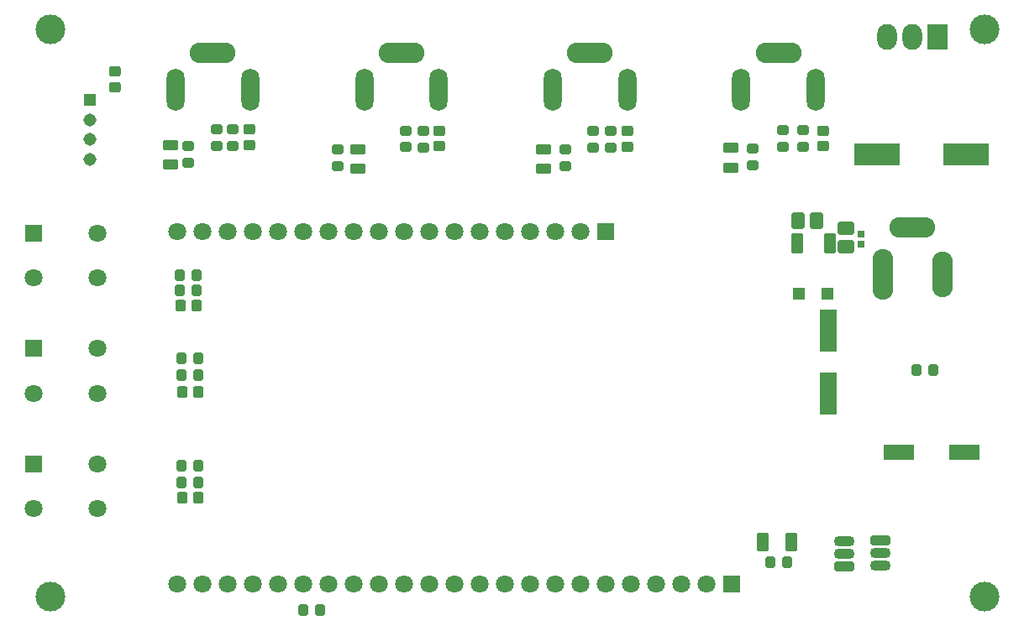
<source format=gts>
G04 DipTrace 4.2.0.1*
G04 Led_Race.gts*
%MOIN*%
G04 #@! TF.FileFunction,Soldermask,Top*
G04 #@! TF.Part,Single*
%AMOUTLINE1*
4,1,28,
0.023031,0.009775,
0.023031,-0.009775,
0.022659,-0.012605,
0.021517,-0.015363,
0.019699,-0.017731,
0.017331,-0.019548,
0.014574,-0.02069,
0.011743,-0.021063,
-0.011743,-0.021063,
-0.014574,-0.02069,
-0.017331,-0.019548,
-0.019699,-0.017731,
-0.021517,-0.015363,
-0.022659,-0.012605,
-0.023031,-0.009775,
-0.023031,0.009775,
-0.022659,0.012605,
-0.021517,0.015363,
-0.019699,0.017731,
-0.017331,0.019548,
-0.014574,0.02069,
-0.011743,0.021063,
0.011743,0.021063,
0.014574,0.02069,
0.017331,0.019548,
0.019699,0.017731,
0.021517,0.015363,
0.022659,0.012605,
0.023031,0.009775,
0*%
%AMOUTLINE4*
4,1,28,
-0.023031,-0.009775,
-0.023031,0.009775,
-0.022659,0.012605,
-0.021517,0.015363,
-0.019699,0.017731,
-0.017331,0.019548,
-0.014574,0.02069,
-0.011743,0.021063,
0.011743,0.021063,
0.014574,0.02069,
0.017331,0.019548,
0.019699,0.017731,
0.021517,0.015363,
0.022659,0.012605,
0.023031,0.009775,
0.023031,-0.009775,
0.022659,-0.012605,
0.021517,-0.015363,
0.019699,-0.017731,
0.017331,-0.019548,
0.014574,-0.02069,
0.011743,-0.021063,
-0.011743,-0.021063,
-0.014574,-0.02069,
-0.017331,-0.019548,
-0.019699,-0.017731,
-0.021517,-0.015363,
-0.022659,-0.012605,
-0.023031,-0.009775,
0*%
%AMOUTLINE7*
4,1,28,
0.009775,-0.023031,
-0.009774,-0.023032,
-0.012605,-0.022659,
-0.015362,-0.021517,
-0.017731,-0.0197,
-0.019548,-0.017332,
-0.02069,-0.014574,
-0.021063,-0.011744,
-0.021063,0.011743,
-0.020691,0.014573,
-0.019548,0.017331,
-0.017731,0.019699,
-0.015363,0.021516,
-0.012606,0.022659,
-0.009775,0.023031,
0.009774,0.023032,
0.012605,0.022659,
0.015362,0.021517,
0.017731,0.0197,
0.019548,0.017332,
0.02069,0.014574,
0.021063,0.011744,
0.021063,-0.011743,
0.020691,-0.014573,
0.019548,-0.017331,
0.017731,-0.019699,
0.015363,-0.021516,
0.012606,-0.022659,
0.009775,-0.023031,
0*%
%AMOUTLINE10*
4,1,28,
-0.009775,0.023031,
0.009774,0.023032,
0.012605,0.022659,
0.015362,0.021517,
0.017731,0.0197,
0.019548,0.017332,
0.02069,0.014574,
0.021063,0.011744,
0.021063,-0.011743,
0.020691,-0.014573,
0.019548,-0.017331,
0.017731,-0.019699,
0.015363,-0.021516,
0.012606,-0.022659,
0.009775,-0.023031,
-0.009774,-0.023032,
-0.012605,-0.022659,
-0.015362,-0.021517,
-0.017731,-0.0197,
-0.019548,-0.017332,
-0.02069,-0.014574,
-0.021063,-0.011744,
-0.021063,0.011743,
-0.020691,0.014573,
-0.019548,0.017331,
-0.017731,0.019699,
-0.015363,0.021516,
-0.012606,0.022659,
-0.009775,0.023031,
0*%
%AMOUTLINE13*
4,1,28,
-0.01437,-0.006232,
-0.01437,0.006231,
-0.014118,0.008144,
-0.01333,0.010047,
-0.012076,0.011682,
-0.010442,0.012936,
-0.008539,0.013724,
-0.006626,0.013976,
0.006625,0.013977,
0.008538,0.013725,
0.010441,0.012937,
0.012075,0.011683,
0.01333,0.010048,
0.014118,0.008145,
0.01437,0.006232,
0.01437,-0.006231,
0.014118,-0.008144,
0.01333,-0.010047,
0.012076,-0.011682,
0.010442,-0.012936,
0.008539,-0.013724,
0.006626,-0.013976,
-0.006625,-0.013977,
-0.008538,-0.013725,
-0.010441,-0.012937,
-0.012075,-0.011683,
-0.01333,-0.010048,
-0.014118,-0.008145,
-0.01437,-0.006232,
0*%
%AMOUTLINE16*
4,1,28,
0.01437,0.006232,
0.01437,-0.006231,
0.014118,-0.008144,
0.01333,-0.010047,
0.012076,-0.011682,
0.010442,-0.012936,
0.008539,-0.013724,
0.006626,-0.013976,
-0.006625,-0.013977,
-0.008538,-0.013725,
-0.010441,-0.012937,
-0.012075,-0.011683,
-0.01333,-0.010048,
-0.014118,-0.008145,
-0.01437,-0.006232,
-0.01437,0.006231,
-0.014118,0.008144,
-0.01333,0.010047,
-0.012076,0.011682,
-0.010442,0.012936,
-0.008539,0.013724,
-0.006626,0.013976,
0.006625,0.013977,
0.008538,0.013725,
0.010441,0.012937,
0.012075,0.011683,
0.01333,0.010048,
0.014118,0.008145,
0.01437,0.006232,
0*%
%AMOUTLINE19*
4,1,28,
-0.032874,-0.014106,
-0.032874,0.014105,
-0.032488,0.017037,
-0.031307,0.01989,
-0.029427,0.022339,
-0.026977,0.024219,
-0.024125,0.025401,
-0.021192,0.025787,
0.021192,0.025788,
0.024124,0.025402,
0.026977,0.02422,
0.029426,0.022341,
0.031306,0.019891,
0.032488,0.017038,
0.032874,0.014106,
0.032874,-0.014105,
0.032488,-0.017037,
0.031307,-0.01989,
0.029427,-0.022339,
0.026977,-0.024219,
0.024125,-0.025401,
0.021192,-0.025787,
-0.021192,-0.025788,
-0.024124,-0.025402,
-0.026977,-0.02422,
-0.029426,-0.022341,
-0.031306,-0.019891,
-0.032488,-0.017038,
-0.032874,-0.014106,
0*%
%AMOUTLINE22*
4,1,28,
0.032874,0.014106,
0.032874,-0.014105,
0.032488,-0.017037,
0.031307,-0.01989,
0.029427,-0.022339,
0.026977,-0.024219,
0.024125,-0.025401,
0.021192,-0.025787,
-0.021192,-0.025788,
-0.024124,-0.025402,
-0.026977,-0.02422,
-0.029426,-0.022341,
-0.031306,-0.019891,
-0.032488,-0.017038,
-0.032874,-0.014106,
-0.032874,0.014105,
-0.032488,0.017037,
-0.031307,0.01989,
-0.029427,0.022339,
-0.026977,0.024219,
-0.024125,0.025401,
-0.021192,0.025787,
0.021192,0.025788,
0.024124,0.025402,
0.026977,0.02422,
0.029426,0.022341,
0.031306,0.019891,
0.032488,0.017038,
0.032874,0.014106,
0*%
%AMOUTLINE25*
4,1,28,
-0.014106,0.032874,
0.014104,0.032874,
0.017037,0.032488,
0.019889,0.031307,
0.022339,0.029427,
0.024219,0.026978,
0.025401,0.024125,
0.025787,0.021193,
0.025788,-0.021191,
0.025402,-0.024124,
0.024221,-0.026976,
0.022341,-0.029426,
0.019891,-0.031306,
0.017039,-0.032487,
0.014106,-0.032874,
-0.014104,-0.032874,
-0.017037,-0.032488,
-0.019889,-0.031307,
-0.022339,-0.029427,
-0.024219,-0.026978,
-0.025401,-0.024125,
-0.025787,-0.021193,
-0.025788,0.021191,
-0.025402,0.024124,
-0.024221,0.026976,
-0.022341,0.029426,
-0.019891,0.031306,
-0.017039,0.032487,
-0.014106,0.032874,
0*%
%AMOUTLINE28*
4,1,28,
0.014106,-0.032874,
-0.014104,-0.032874,
-0.017037,-0.032488,
-0.019889,-0.031307,
-0.022339,-0.029427,
-0.024219,-0.026978,
-0.025401,-0.024125,
-0.025787,-0.021193,
-0.025788,0.021191,
-0.025402,0.024124,
-0.024221,0.026976,
-0.022341,0.029426,
-0.019891,0.031306,
-0.017039,0.032487,
-0.014106,0.032874,
0.014104,0.032874,
0.017037,0.032488,
0.019889,0.031307,
0.022339,0.029427,
0.024219,0.026978,
0.025401,0.024125,
0.025787,0.021193,
0.025788,-0.021191,
0.025402,-0.024124,
0.024221,-0.026976,
0.022341,-0.029426,
0.019891,-0.031306,
0.017039,-0.032487,
0.014106,-0.032874,
0*%
%AMOUTLINE31*
4,1,28,
-0.031102,-0.009578,
-0.031102,0.009578,
-0.03073,0.012408,
-0.029587,0.015166,
-0.02777,0.017534,
-0.025402,0.019351,
-0.022644,0.020494,
-0.019814,0.020866,
0.019814,0.020866,
0.022644,0.020494,
0.025402,0.019351,
0.02777,0.017534,
0.029587,0.015166,
0.03073,0.012408,
0.031102,0.009578,
0.031102,-0.009578,
0.03073,-0.012408,
0.029587,-0.015166,
0.02777,-0.017534,
0.025402,-0.019351,
0.022644,-0.020494,
0.019814,-0.020866,
-0.019814,-0.020866,
-0.022644,-0.020494,
-0.025402,-0.019351,
-0.02777,-0.017534,
-0.029587,-0.015166,
-0.03073,-0.012408,
-0.031102,-0.009578,
0*%
%AMOUTLINE34*
4,1,28,
0.031102,0.009578,
0.031102,-0.009578,
0.03073,-0.012408,
0.029587,-0.015166,
0.02777,-0.017534,
0.025402,-0.019351,
0.022644,-0.020494,
0.019814,-0.020866,
-0.019814,-0.020866,
-0.022644,-0.020494,
-0.025402,-0.019351,
-0.02777,-0.017534,
-0.029587,-0.015166,
-0.03073,-0.012408,
-0.031102,-0.009578,
-0.031102,0.009578,
-0.03073,0.012408,
-0.029587,0.015166,
-0.02777,0.017534,
-0.025402,0.019351,
-0.022644,0.020494,
-0.019814,0.020866,
0.019814,0.020866,
0.022644,0.020494,
0.025402,0.019351,
0.02777,0.017534,
0.029587,0.015166,
0.03073,0.012408,
0.031102,0.009578,
0*%
%AMOUTLINE37*
4,1,28,
0.012727,-0.041535,
-0.012727,-0.041535,
-0.01566,-0.041149,
-0.018512,-0.039968,
-0.020962,-0.038088,
-0.022842,-0.035638,
-0.024023,-0.032786,
-0.024409,-0.029853,
-0.024409,0.029853,
-0.024023,0.032786,
-0.022842,0.035638,
-0.020962,0.038088,
-0.018512,0.039968,
-0.01566,0.041149,
-0.012727,0.041535,
0.012727,0.041535,
0.01566,0.041149,
0.018512,0.039968,
0.020962,0.038088,
0.022842,0.035638,
0.024023,0.032786,
0.024409,0.029853,
0.024409,-0.029853,
0.024023,-0.032786,
0.022842,-0.035638,
0.020962,-0.038088,
0.018512,-0.039968,
0.01566,-0.041149,
0.012727,-0.041535,
0*%
%AMOUTLINE40*
4,1,28,
-0.012727,0.041535,
0.012727,0.041535,
0.01566,0.041149,
0.018512,0.039968,
0.020962,0.038088,
0.022842,0.035638,
0.024023,0.032786,
0.024409,0.029853,
0.024409,-0.029853,
0.024023,-0.032786,
0.022842,-0.035638,
0.020962,-0.038088,
0.018512,-0.039968,
0.01566,-0.041149,
0.012727,-0.041535,
-0.012727,-0.041535,
-0.01566,-0.041149,
-0.018512,-0.039968,
-0.020962,-0.038088,
-0.022842,-0.035638,
-0.024023,-0.032786,
-0.024409,-0.029853,
-0.024409,0.029853,
-0.024023,0.032786,
-0.022842,0.035638,
-0.020962,0.038088,
-0.018512,0.039968,
-0.01566,0.041149,
-0.012727,0.041535,
0*%
%AMOUTLINE43*
4,1,8,
0.030343,-0.021654,
0.041339,-0.010658,
0.041339,0.010658,
0.030343,0.021654,
-0.030343,0.021654,
-0.041339,0.010658,
-0.041339,-0.010658,
-0.030343,-0.021654,
0.030343,-0.021654,
0*%
%AMOUTLINE46*
4,1,8,
-0.030343,0.021654,
-0.041339,0.010658,
-0.041339,-0.010658,
-0.030343,-0.021654,
0.030343,-0.021654,
0.041339,-0.010658,
0.041339,0.010658,
0.030343,0.021654,
-0.030343,0.021654,
0*%
%AMOUTLINE49*
4,1,28,
0.023031,0.008594,
0.023032,-0.008593,
0.022699,-0.011118,
0.021675,-0.013591,
0.020046,-0.015714,
0.017922,-0.017344,
0.015449,-0.018368,
0.012925,-0.0187,
-0.012924,-0.018701,
-0.015449,-0.018369,
-0.017921,-0.017345,
-0.020045,-0.015715,
-0.021674,-0.013592,
-0.022699,-0.011119,
-0.023031,-0.008594,
-0.023032,0.008593,
-0.022699,0.011118,
-0.021675,0.013591,
-0.020046,0.015714,
-0.017922,0.017344,
-0.015449,0.018368,
-0.012925,0.0187,
0.012924,0.018701,
0.015449,0.018369,
0.017921,0.017345,
0.020045,0.015715,
0.021674,0.013592,
0.022699,0.011119,
0.023031,0.008594,
0*%
%AMOUTLINE52*
4,1,28,
-0.023031,-0.008594,
-0.023032,0.008593,
-0.022699,0.011118,
-0.021675,0.013591,
-0.020046,0.015714,
-0.017922,0.017344,
-0.015449,0.018368,
-0.012925,0.0187,
0.012924,0.018701,
0.015449,0.018369,
0.017921,0.017345,
0.020045,0.015715,
0.021674,0.013592,
0.022699,0.011119,
0.023031,0.008594,
0.023032,-0.008593,
0.022699,-0.011118,
0.021675,-0.013591,
0.020046,-0.015714,
0.017922,-0.017344,
0.015449,-0.018368,
0.012925,-0.0187,
-0.012924,-0.018701,
-0.015449,-0.018369,
-0.017921,-0.017345,
-0.020045,-0.015715,
-0.021674,-0.013592,
-0.022699,-0.011119,
-0.023031,-0.008594,
0*%
%AMOUTLINE55*
4,1,28,
-0.008594,0.023031,
0.008594,0.023031,
0.011118,0.022699,
0.013591,0.021675,
0.015715,0.020045,
0.017344,0.017922,
0.018368,0.015449,
0.018701,0.012924,
0.018701,-0.012924,
0.018368,-0.015449,
0.017344,-0.017922,
0.015715,-0.020045,
0.013591,-0.021675,
0.011118,-0.022699,
0.008594,-0.023031,
-0.008594,-0.023031,
-0.011118,-0.022699,
-0.013591,-0.021675,
-0.015715,-0.020045,
-0.017344,-0.017922,
-0.018368,-0.015449,
-0.018701,-0.012924,
-0.018701,0.012924,
-0.018368,0.015449,
-0.017344,0.017922,
-0.015715,0.020045,
-0.013591,0.021675,
-0.011118,0.022699,
-0.008594,0.023031,
0*%
%AMOUTLINE58*
4,1,28,
0.008594,-0.023031,
-0.008594,-0.023031,
-0.011118,-0.022699,
-0.013591,-0.021675,
-0.015715,-0.020045,
-0.017344,-0.017922,
-0.018368,-0.015449,
-0.018701,-0.012924,
-0.018701,0.012924,
-0.018368,0.015449,
-0.017344,0.017922,
-0.015715,0.020045,
-0.013591,0.021675,
-0.011118,0.022699,
-0.008594,0.023031,
0.008594,0.023031,
0.011118,0.022699,
0.013591,0.021675,
0.015715,0.020045,
0.017344,0.017922,
0.018368,0.015449,
0.018701,0.012924,
0.018701,-0.012924,
0.018368,-0.015449,
0.017344,-0.017922,
0.015715,-0.020045,
0.013591,-0.021675,
0.011118,-0.022699,
0.008594,-0.023031,
0*%
%AMOUTLINE61*
4,1,28,
-0.012531,0.036811,
0.012531,0.036811,
0.015463,0.036425,
0.018316,0.035243,
0.020765,0.033364,
0.022645,0.030914,
0.023827,0.028061,
0.024213,0.025129,
0.024213,-0.025129,
0.023827,-0.028061,
0.022645,-0.030914,
0.020765,-0.033364,
0.018316,-0.035243,
0.015463,-0.036425,
0.012531,-0.036811,
-0.012531,-0.036811,
-0.015463,-0.036425,
-0.018316,-0.035243,
-0.020765,-0.033364,
-0.022645,-0.030914,
-0.023827,-0.028061,
-0.024213,-0.025129,
-0.024213,0.025129,
-0.023827,0.028061,
-0.022645,0.030914,
-0.020765,0.033364,
-0.018316,0.035243,
-0.015463,0.036425,
-0.012531,0.036811,
0*%
%AMOUTLINE64*
4,1,28,
0.012531,-0.036811,
-0.012531,-0.036811,
-0.015463,-0.036425,
-0.018316,-0.035243,
-0.020765,-0.033364,
-0.022645,-0.030914,
-0.023827,-0.028061,
-0.024213,-0.025129,
-0.024213,0.025129,
-0.023827,0.028061,
-0.022645,0.030914,
-0.020765,0.033364,
-0.018316,0.035243,
-0.015463,0.036425,
-0.012531,0.036811,
0.012531,0.036811,
0.015463,0.036425,
0.018316,0.035243,
0.020765,0.033364,
0.022645,0.030914,
0.023827,0.028061,
0.024213,0.025129,
0.024213,-0.025129,
0.023827,-0.028061,
0.022645,-0.030914,
0.020765,-0.033364,
0.018316,-0.035243,
0.015463,-0.036425,
0.012531,-0.036811,
0*%
%ADD40C,0.11811*%
%ADD48O,0.082677X0.043307*%
%ADD50R,0.122047X0.062992*%
%ADD52O,0.07874X0.102362*%
%ADD54R,0.07874X0.102362*%
%ADD56O,0.082677X0.200787*%
%ADD58O,0.082677X0.181102*%
%ADD60C,0.051496*%
%ADD62R,0.051496X0.051496*%
%ADD64O,0.070866X0.169291*%
%ADD66O,0.181102X0.082677*%
%ADD68C,0.070866*%
%ADD70R,0.070866X0.070866*%
%ADD72R,0.051181X0.051181*%
%ADD74R,0.066929X0.167323*%
%ADD76R,0.181102X0.086614*%
%ADD84OUTLINE1*%
%ADD87OUTLINE4*%
%ADD90OUTLINE7*%
%ADD93OUTLINE10*%
%ADD96OUTLINE13*%
%ADD99OUTLINE16*%
%ADD102OUTLINE19*%
%ADD105OUTLINE22*%
%ADD108OUTLINE25*%
%ADD111OUTLINE28*%
%ADD114OUTLINE31*%
%ADD117OUTLINE34*%
%ADD120OUTLINE37*%
%ADD123OUTLINE40*%
%ADD126OUTLINE43*%
%ADD129OUTLINE46*%
%ADD132OUTLINE49*%
%ADD135OUTLINE52*%
%ADD138OUTLINE55*%
%ADD141OUTLINE58*%
%ADD144OUTLINE61*%
%ADD147OUTLINE64*%
%FSLAX26Y26*%
G04*
G70*
G90*
G75*
G01*
G04 TopMask*
%LPD*%
D84*
X2562992Y401575D3*
D87*
Y338583D3*
D90*
X75883Y-292393D3*
D93*
X12891Y-292394D3*
D90*
X82420Y-635597D3*
D93*
X19428D3*
D90*
X83207Y-1058381D3*
D93*
X20215D3*
D84*
X1785630Y399409D3*
D87*
Y336417D3*
D84*
X-248031Y637795D3*
D87*
Y574803D3*
D84*
X1039370Y401575D3*
D87*
Y338583D3*
D84*
X287402Y405512D3*
D87*
Y342520D3*
D76*
X2775591Y307087D3*
X3129921Y307108D3*
D96*
X2712599Y-51181D3*
D99*
X2712598Y-11024D3*
D102*
X2653544Y-59055D3*
D105*
X2653543Y11811D3*
D108*
X2464567Y43306D3*
D111*
X2535433Y43308D3*
D74*
X2582677Y-641732D3*
X2582667Y-393701D3*
D114*
X-27559Y266339D3*
D117*
Y343898D3*
D114*
X718110Y250591D3*
D117*
Y328150D3*
D114*
X1455122Y250591D3*
D117*
Y328150D3*
D114*
X2198549Y254724D3*
D117*
Y332283D3*
D72*
X2578740Y-248032D3*
X2468504Y-248034D3*
D40*
X-503937Y803150D3*
X3204724Y-1448819D3*
X-503937D3*
X3204724Y803150D3*
D70*
X2200787Y-1400000D3*
D68*
X2100787D3*
X2000787D3*
X1900787D3*
X1800787D3*
X1700787D3*
X1600787D3*
X1500787D3*
X1400787D3*
X1300787D3*
X1200787D3*
X1100787D3*
X1000787D3*
X900787D3*
X800787D3*
X700787D3*
X600787D3*
X500787D3*
X400787D3*
X300787D3*
X200787D3*
X100787D3*
X787D3*
D70*
X1700000Y0D3*
D68*
X1600000D3*
X1500000D3*
X1400000D3*
X1300000D3*
X1200000D3*
X1100000D3*
X1000000D3*
X900000D3*
X800000D3*
X700000D3*
X600000D3*
X500000D3*
X400000D3*
X300000D3*
X200000D3*
X100000D3*
X0D3*
D66*
X2385827Y708661D3*
D64*
X2533465Y562992D3*
X2238189D3*
D66*
X1637795Y708661D3*
D64*
X1785433Y562992D3*
X1490157D3*
D62*
X-348028Y523283D3*
D60*
Y444543D3*
Y365803D3*
Y287063D3*
D66*
X889764Y708661D3*
D64*
X1037402Y562992D3*
X742126D3*
D66*
X141732Y708661D3*
D64*
X289370Y562992D3*
X-5906D3*
D58*
X3035433Y-169291D3*
D56*
X2799213D3*
D66*
X2917323Y15748D3*
D54*
X3015748Y771653D3*
D52*
X2915748Y771648D3*
X2815748Y771643D3*
D120*
X2590551Y-47244D3*
D123*
X2461811D3*
D50*
X3122047Y-877948D3*
X2862205Y-877958D3*
D126*
X2645669Y-1330709D3*
D48*
Y-1280709D3*
Y-1230709D3*
D129*
X2791339Y-1228346D3*
D48*
Y-1278346D3*
Y-1328346D3*
D132*
X43308Y340354D3*
D135*
X43309Y273819D3*
D132*
X637795Y326772D3*
D135*
Y260236D3*
D132*
X1541142Y326772D3*
D135*
Y260236D3*
D132*
X2282114Y330512D3*
D135*
Y263976D3*
D138*
X11119Y-174957D3*
D141*
X77655D3*
D138*
X18444Y-504814D3*
D141*
X84979D3*
D138*
X17656Y-930183D3*
D141*
X84192Y-930181D3*
D132*
X2403346Y403346D3*
D135*
Y336811D3*
X2482087D3*
D132*
Y403346D3*
D141*
X77655Y-233857D3*
D138*
X11119D3*
D141*
X84192Y-569767D3*
D138*
X17656Y-569768D3*
D141*
X84979Y-995837D3*
D138*
X18444D3*
D132*
X1649605Y401181D3*
D135*
X1649607Y334646D3*
X1720473D3*
D132*
X1720472Y401181D3*
X905512Y401575D3*
D135*
Y335039D3*
X976378Y334646D3*
D132*
Y401181D3*
D141*
X3000000Y-551182D3*
D138*
X2933465Y-551183D3*
D132*
X157480Y405512D3*
D135*
Y338976D3*
X220472Y338583D3*
D132*
Y405118D3*
D144*
X2322835Y-1232283D3*
D147*
X2438583D3*
D138*
X2354331Y-1314961D3*
D141*
X2420866D3*
X566929Y-1503937D3*
D138*
X500394Y-1503938D3*
D70*
X-570866Y-5513D3*
D68*
Y-182678D3*
X-314961D3*
Y-5513D3*
D70*
X-570866Y-464961D3*
D68*
Y-642126D3*
X-314961D3*
Y-464961D3*
D70*
X-570866Y-924409D3*
D68*
Y-1101575D3*
X-314961D3*
Y-924409D3*
M02*

</source>
